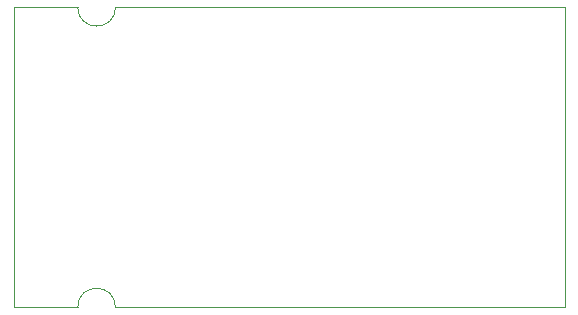
<source format=gbr>
%TF.GenerationSoftware,KiCad,Pcbnew,8.0.9-8.0.9-0~ubuntu22.04.1*%
%TF.CreationDate,2025-04-29T10:25:46+09:00*%
%TF.ProjectId,CANGatewayE,43414e47-6174-4657-9761-79452e6b6963,rev?*%
%TF.SameCoordinates,Original*%
%TF.FileFunction,Profile,NP*%
%FSLAX46Y46*%
G04 Gerber Fmt 4.6, Leading zero omitted, Abs format (unit mm)*
G04 Created by KiCad (PCBNEW 8.0.9-8.0.9-0~ubuntu22.04.1) date 2025-04-29 10:25:46*
%MOMM*%
%LPD*%
G01*
G04 APERTURE LIST*
%TA.AperFunction,Profile*%
%ADD10C,0.050000*%
%TD*%
G04 APERTURE END LIST*
D10*
X49784000Y0D02*
X11760000Y0D01*
X11760000Y25400000D02*
G75*
G02*
X8560000Y25400000I-1600000J0D01*
G01*
X8560000Y0D02*
G75*
G02*
X11760000Y0I1600000J0D01*
G01*
X8560000Y25400000D02*
X3175000Y25400000D01*
X49784000Y25400000D02*
X49784000Y0D01*
X8560000Y0D02*
X3175000Y0D01*
X11760000Y25400000D02*
X49784000Y25400000D01*
X3175000Y0D02*
X3175000Y25400000D01*
M02*

</source>
